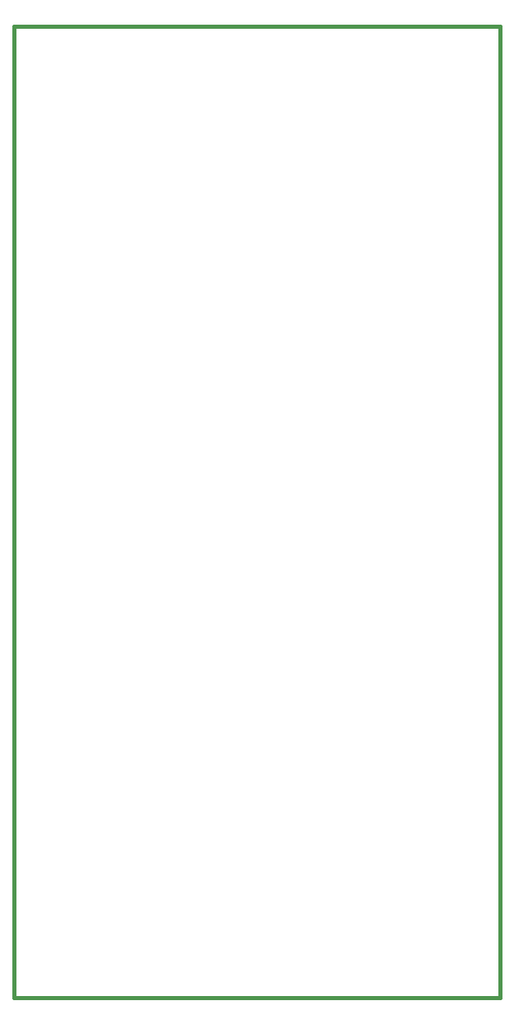
<source format=gbr>
G04 (created by PCBNEW-RS274X (2012-apr-16-27)-stable) date So 26 Okt 2014 19:58:05 CET*
G01*
G70*
G90*
%MOIN*%
G04 Gerber Fmt 3.4, Leading zero omitted, Abs format*
%FSLAX34Y34*%
G04 APERTURE LIST*
%ADD10C,0.006000*%
%ADD11C,0.015000*%
G04 APERTURE END LIST*
G54D10*
G54D11*
X19685Y-39370D02*
X19685Y00000D01*
X00000Y-39370D02*
X19685Y-39370D01*
X00000Y00000D02*
X00000Y-39370D01*
X19685Y00000D02*
X00000Y00000D01*
M02*

</source>
